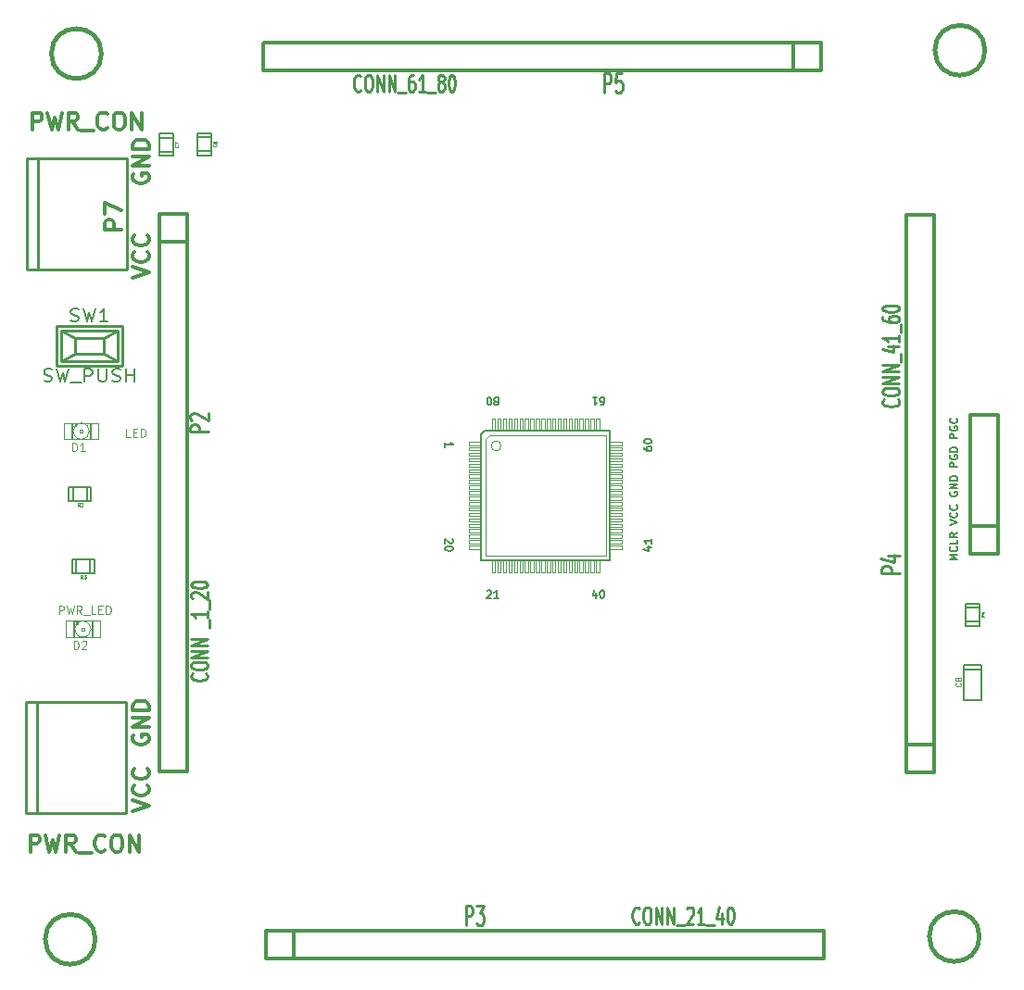
<source format=gto>
G04 (created by PCBNEW (2013-07-07 BZR 4022)-stable) date 3/13/2015 2:12:22 PM*
%MOIN*%
G04 Gerber Fmt 3.4, Leading zero omitted, Abs format*
%FSLAX34Y34*%
G01*
G70*
G90*
G04 APERTURE LIST*
%ADD10C,0.00590551*%
%ADD11C,0.011811*%
%ADD12C,0.00688976*%
%ADD13C,0.01*%
%ADD14C,0.012*%
%ADD15C,0.005*%
%ADD16C,0.0026*%
%ADD17C,0.004*%
%ADD18C,0.006*%
%ADD19C,0.002*%
%ADD20C,0.003*%
%ADD21C,0.015*%
%ADD22C,0.0024*%
%ADD23C,0.0035*%
%ADD24C,0.0047*%
%ADD25C,0.0107*%
G04 APERTURE END LIST*
G54D10*
G54D11*
X47248Y-36387D02*
X47839Y-36190D01*
X47248Y-35993D01*
X47782Y-35459D02*
X47810Y-35487D01*
X47839Y-35571D01*
X47839Y-35628D01*
X47810Y-35712D01*
X47754Y-35768D01*
X47698Y-35796D01*
X47585Y-35824D01*
X47501Y-35824D01*
X47389Y-35796D01*
X47332Y-35768D01*
X47276Y-35712D01*
X47248Y-35628D01*
X47248Y-35571D01*
X47276Y-35487D01*
X47304Y-35459D01*
X47782Y-34868D02*
X47810Y-34896D01*
X47839Y-34981D01*
X47839Y-35037D01*
X47810Y-35121D01*
X47754Y-35178D01*
X47698Y-35206D01*
X47585Y-35234D01*
X47501Y-35234D01*
X47389Y-35206D01*
X47332Y-35178D01*
X47276Y-35121D01*
X47248Y-35037D01*
X47248Y-34981D01*
X47276Y-34896D01*
X47304Y-34868D01*
G54D12*
X64078Y-40964D02*
X64131Y-40964D01*
X64157Y-40950D01*
X64170Y-40937D01*
X64196Y-40898D01*
X64209Y-40845D01*
X64209Y-40740D01*
X64196Y-40714D01*
X64183Y-40701D01*
X64157Y-40688D01*
X64104Y-40688D01*
X64078Y-40701D01*
X64065Y-40714D01*
X64052Y-40740D01*
X64052Y-40806D01*
X64065Y-40832D01*
X64078Y-40845D01*
X64104Y-40859D01*
X64157Y-40859D01*
X64183Y-40845D01*
X64196Y-40832D01*
X64209Y-40806D01*
X63790Y-40688D02*
X63947Y-40688D01*
X63868Y-40688D02*
X63868Y-40964D01*
X63895Y-40924D01*
X63921Y-40898D01*
X63947Y-40885D01*
X60357Y-40845D02*
X60383Y-40859D01*
X60396Y-40872D01*
X60409Y-40898D01*
X60409Y-40911D01*
X60396Y-40937D01*
X60383Y-40950D01*
X60357Y-40964D01*
X60304Y-40964D01*
X60278Y-40950D01*
X60265Y-40937D01*
X60252Y-40911D01*
X60252Y-40898D01*
X60265Y-40872D01*
X60278Y-40859D01*
X60304Y-40845D01*
X60357Y-40845D01*
X60383Y-40832D01*
X60396Y-40819D01*
X60409Y-40793D01*
X60409Y-40740D01*
X60396Y-40714D01*
X60383Y-40701D01*
X60357Y-40688D01*
X60304Y-40688D01*
X60278Y-40701D01*
X60265Y-40714D01*
X60252Y-40740D01*
X60252Y-40793D01*
X60265Y-40819D01*
X60278Y-40832D01*
X60304Y-40845D01*
X60081Y-40964D02*
X60055Y-40964D01*
X60029Y-40950D01*
X60016Y-40937D01*
X60003Y-40911D01*
X59990Y-40859D01*
X59990Y-40793D01*
X60003Y-40740D01*
X60016Y-40714D01*
X60029Y-40701D01*
X60055Y-40688D01*
X60081Y-40688D01*
X60108Y-40701D01*
X60121Y-40714D01*
X60134Y-40740D01*
X60147Y-40793D01*
X60147Y-40859D01*
X60134Y-40911D01*
X60121Y-40937D01*
X60108Y-40950D01*
X60081Y-40964D01*
X65635Y-42478D02*
X65635Y-42531D01*
X65649Y-42557D01*
X65662Y-42570D01*
X65701Y-42596D01*
X65754Y-42609D01*
X65859Y-42609D01*
X65885Y-42596D01*
X65898Y-42583D01*
X65911Y-42557D01*
X65911Y-42504D01*
X65898Y-42478D01*
X65885Y-42465D01*
X65859Y-42452D01*
X65793Y-42452D01*
X65767Y-42465D01*
X65754Y-42478D01*
X65740Y-42504D01*
X65740Y-42557D01*
X65754Y-42583D01*
X65767Y-42596D01*
X65793Y-42609D01*
X65635Y-42281D02*
X65635Y-42255D01*
X65649Y-42229D01*
X65662Y-42216D01*
X65688Y-42203D01*
X65740Y-42190D01*
X65806Y-42190D01*
X65859Y-42203D01*
X65885Y-42216D01*
X65898Y-42229D01*
X65911Y-42255D01*
X65911Y-42281D01*
X65898Y-42308D01*
X65885Y-42321D01*
X65859Y-42334D01*
X65806Y-42347D01*
X65740Y-42347D01*
X65688Y-42334D01*
X65662Y-42321D01*
X65649Y-42308D01*
X65635Y-42281D01*
X65727Y-46078D02*
X65911Y-46078D01*
X65622Y-46144D02*
X65819Y-46209D01*
X65819Y-46039D01*
X65911Y-45790D02*
X65911Y-45947D01*
X65911Y-45868D02*
X65635Y-45868D01*
X65675Y-45895D01*
X65701Y-45921D01*
X65714Y-45947D01*
X63921Y-47727D02*
X63921Y-47911D01*
X63855Y-47622D02*
X63790Y-47819D01*
X63960Y-47819D01*
X64118Y-47635D02*
X64144Y-47635D01*
X64170Y-47649D01*
X64183Y-47662D01*
X64196Y-47688D01*
X64209Y-47740D01*
X64209Y-47806D01*
X64196Y-47859D01*
X64183Y-47885D01*
X64170Y-47898D01*
X64144Y-47911D01*
X64118Y-47911D01*
X64091Y-47898D01*
X64078Y-47885D01*
X64065Y-47859D01*
X64052Y-47806D01*
X64052Y-47740D01*
X64065Y-47688D01*
X64078Y-47662D01*
X64091Y-47649D01*
X64118Y-47635D01*
X59990Y-47662D02*
X60003Y-47649D01*
X60029Y-47635D01*
X60095Y-47635D01*
X60121Y-47649D01*
X60134Y-47662D01*
X60147Y-47688D01*
X60147Y-47714D01*
X60134Y-47754D01*
X59976Y-47911D01*
X60147Y-47911D01*
X60409Y-47911D02*
X60252Y-47911D01*
X60331Y-47911D02*
X60331Y-47635D01*
X60304Y-47675D01*
X60278Y-47701D01*
X60252Y-47714D01*
X58737Y-45790D02*
X58750Y-45803D01*
X58764Y-45829D01*
X58764Y-45895D01*
X58750Y-45921D01*
X58737Y-45934D01*
X58711Y-45947D01*
X58685Y-45947D01*
X58645Y-45934D01*
X58488Y-45776D01*
X58488Y-45947D01*
X58764Y-46118D02*
X58764Y-46144D01*
X58750Y-46170D01*
X58737Y-46183D01*
X58711Y-46196D01*
X58659Y-46209D01*
X58593Y-46209D01*
X58540Y-46196D01*
X58514Y-46183D01*
X58501Y-46170D01*
X58488Y-46144D01*
X58488Y-46118D01*
X58501Y-46091D01*
X58514Y-46078D01*
X58540Y-46065D01*
X58593Y-46052D01*
X58659Y-46052D01*
X58711Y-46065D01*
X58737Y-46078D01*
X58750Y-46091D01*
X58764Y-46118D01*
X58488Y-42478D02*
X58488Y-42321D01*
X58488Y-42400D02*
X58764Y-42400D01*
X58724Y-42373D01*
X58698Y-42347D01*
X58685Y-42321D01*
X76911Y-46539D02*
X76635Y-46539D01*
X76832Y-46447D01*
X76635Y-46355D01*
X76911Y-46355D01*
X76885Y-46066D02*
X76898Y-46080D01*
X76911Y-46119D01*
X76911Y-46145D01*
X76898Y-46185D01*
X76872Y-46211D01*
X76845Y-46224D01*
X76793Y-46237D01*
X76754Y-46237D01*
X76701Y-46224D01*
X76675Y-46211D01*
X76649Y-46185D01*
X76635Y-46145D01*
X76635Y-46119D01*
X76649Y-46080D01*
X76662Y-46066D01*
X76911Y-45817D02*
X76911Y-45948D01*
X76635Y-45948D01*
X76911Y-45568D02*
X76780Y-45660D01*
X76911Y-45725D02*
X76635Y-45725D01*
X76635Y-45620D01*
X76649Y-45594D01*
X76662Y-45581D01*
X76688Y-45568D01*
X76727Y-45568D01*
X76754Y-45581D01*
X76767Y-45594D01*
X76780Y-45620D01*
X76780Y-45725D01*
X76635Y-45279D02*
X76911Y-45187D01*
X76635Y-45095D01*
X76885Y-44846D02*
X76898Y-44859D01*
X76911Y-44898D01*
X76911Y-44925D01*
X76898Y-44964D01*
X76872Y-44990D01*
X76845Y-45003D01*
X76793Y-45017D01*
X76754Y-45017D01*
X76701Y-45003D01*
X76675Y-44990D01*
X76649Y-44964D01*
X76635Y-44925D01*
X76635Y-44898D01*
X76649Y-44859D01*
X76662Y-44846D01*
X76885Y-44570D02*
X76898Y-44583D01*
X76911Y-44623D01*
X76911Y-44649D01*
X76898Y-44688D01*
X76872Y-44715D01*
X76845Y-44728D01*
X76793Y-44741D01*
X76754Y-44741D01*
X76701Y-44728D01*
X76675Y-44715D01*
X76649Y-44688D01*
X76635Y-44649D01*
X76635Y-44623D01*
X76649Y-44583D01*
X76662Y-44570D01*
X76649Y-44098D02*
X76635Y-44124D01*
X76635Y-44164D01*
X76649Y-44203D01*
X76675Y-44229D01*
X76701Y-44242D01*
X76754Y-44255D01*
X76793Y-44255D01*
X76845Y-44242D01*
X76872Y-44229D01*
X76898Y-44203D01*
X76911Y-44164D01*
X76911Y-44137D01*
X76898Y-44098D01*
X76885Y-44085D01*
X76793Y-44085D01*
X76793Y-44137D01*
X76911Y-43967D02*
X76635Y-43967D01*
X76911Y-43809D01*
X76635Y-43809D01*
X76911Y-43678D02*
X76635Y-43678D01*
X76635Y-43612D01*
X76649Y-43573D01*
X76675Y-43547D01*
X76701Y-43534D01*
X76754Y-43520D01*
X76793Y-43520D01*
X76845Y-43534D01*
X76872Y-43547D01*
X76898Y-43573D01*
X76911Y-43612D01*
X76911Y-43678D01*
X76911Y-43192D02*
X76635Y-43192D01*
X76635Y-43087D01*
X76649Y-43061D01*
X76662Y-43048D01*
X76688Y-43035D01*
X76727Y-43035D01*
X76754Y-43048D01*
X76767Y-43061D01*
X76780Y-43087D01*
X76780Y-43192D01*
X76649Y-42772D02*
X76635Y-42799D01*
X76635Y-42838D01*
X76649Y-42877D01*
X76675Y-42904D01*
X76701Y-42917D01*
X76754Y-42930D01*
X76793Y-42930D01*
X76845Y-42917D01*
X76872Y-42904D01*
X76898Y-42877D01*
X76911Y-42838D01*
X76911Y-42812D01*
X76898Y-42772D01*
X76885Y-42759D01*
X76793Y-42759D01*
X76793Y-42812D01*
X76911Y-42641D02*
X76635Y-42641D01*
X76635Y-42576D01*
X76649Y-42536D01*
X76675Y-42510D01*
X76701Y-42497D01*
X76754Y-42484D01*
X76793Y-42484D01*
X76845Y-42497D01*
X76872Y-42510D01*
X76898Y-42536D01*
X76911Y-42576D01*
X76911Y-42641D01*
X76911Y-42156D02*
X76635Y-42156D01*
X76635Y-42051D01*
X76649Y-42024D01*
X76662Y-42011D01*
X76688Y-41998D01*
X76727Y-41998D01*
X76754Y-42011D01*
X76767Y-42024D01*
X76780Y-42051D01*
X76780Y-42156D01*
X76649Y-41736D02*
X76635Y-41762D01*
X76635Y-41801D01*
X76649Y-41841D01*
X76675Y-41867D01*
X76701Y-41880D01*
X76754Y-41893D01*
X76793Y-41893D01*
X76845Y-41880D01*
X76872Y-41867D01*
X76898Y-41841D01*
X76911Y-41801D01*
X76911Y-41775D01*
X76898Y-41736D01*
X76885Y-41723D01*
X76793Y-41723D01*
X76793Y-41775D01*
X76885Y-41447D02*
X76898Y-41460D01*
X76911Y-41500D01*
X76911Y-41526D01*
X76898Y-41565D01*
X76872Y-41591D01*
X76845Y-41604D01*
X76793Y-41618D01*
X76754Y-41618D01*
X76701Y-41604D01*
X76675Y-41591D01*
X76649Y-41565D01*
X76635Y-41526D01*
X76635Y-41500D01*
X76649Y-41460D01*
X76662Y-41447D01*
G54D11*
X47276Y-32649D02*
X47248Y-32706D01*
X47248Y-32790D01*
X47276Y-32874D01*
X47332Y-32931D01*
X47389Y-32959D01*
X47501Y-32987D01*
X47585Y-32987D01*
X47698Y-32959D01*
X47754Y-32931D01*
X47810Y-32874D01*
X47839Y-32790D01*
X47839Y-32734D01*
X47810Y-32649D01*
X47782Y-32621D01*
X47585Y-32621D01*
X47585Y-32734D01*
X47839Y-32368D02*
X47248Y-32368D01*
X47839Y-32031D01*
X47248Y-32031D01*
X47839Y-31750D02*
X47248Y-31750D01*
X47248Y-31609D01*
X47276Y-31525D01*
X47332Y-31468D01*
X47389Y-31440D01*
X47501Y-31412D01*
X47585Y-31412D01*
X47698Y-31440D01*
X47754Y-31468D01*
X47810Y-31525D01*
X47839Y-31609D01*
X47839Y-31750D01*
X47248Y-55587D02*
X47839Y-55390D01*
X47248Y-55193D01*
X47782Y-54659D02*
X47810Y-54687D01*
X47839Y-54771D01*
X47839Y-54828D01*
X47810Y-54912D01*
X47754Y-54968D01*
X47698Y-54996D01*
X47585Y-55024D01*
X47501Y-55024D01*
X47389Y-54996D01*
X47332Y-54968D01*
X47276Y-54912D01*
X47248Y-54828D01*
X47248Y-54771D01*
X47276Y-54687D01*
X47304Y-54659D01*
X47782Y-54068D02*
X47810Y-54096D01*
X47839Y-54181D01*
X47839Y-54237D01*
X47810Y-54321D01*
X47754Y-54378D01*
X47698Y-54406D01*
X47585Y-54434D01*
X47501Y-54434D01*
X47389Y-54406D01*
X47332Y-54378D01*
X47276Y-54321D01*
X47248Y-54237D01*
X47248Y-54181D01*
X47276Y-54096D01*
X47304Y-54068D01*
X47276Y-52849D02*
X47248Y-52906D01*
X47248Y-52990D01*
X47276Y-53074D01*
X47332Y-53131D01*
X47389Y-53159D01*
X47501Y-53187D01*
X47585Y-53187D01*
X47698Y-53159D01*
X47754Y-53131D01*
X47810Y-53074D01*
X47839Y-52990D01*
X47839Y-52934D01*
X47810Y-52849D01*
X47782Y-52821D01*
X47585Y-52821D01*
X47585Y-52934D01*
X47839Y-52568D02*
X47248Y-52568D01*
X47839Y-52231D01*
X47248Y-52231D01*
X47839Y-51950D02*
X47248Y-51950D01*
X47248Y-51809D01*
X47276Y-51725D01*
X47332Y-51668D01*
X47389Y-51640D01*
X47501Y-51612D01*
X47585Y-51612D01*
X47698Y-51640D01*
X47754Y-51668D01*
X47810Y-51725D01*
X47839Y-51809D01*
X47839Y-51950D01*
G54D13*
X46200Y-38562D02*
X46712Y-38287D01*
X46200Y-39114D02*
X46712Y-39389D01*
X45176Y-39114D02*
X44664Y-39389D01*
X44664Y-38287D02*
X45176Y-38562D01*
X44664Y-38287D02*
X46712Y-38287D01*
X46712Y-38287D02*
X46712Y-39389D01*
X46712Y-39389D02*
X44664Y-39389D01*
X44664Y-39389D02*
X44664Y-38287D01*
X45176Y-38562D02*
X46200Y-38562D01*
X46200Y-38562D02*
X46200Y-39114D01*
X46200Y-39114D02*
X45176Y-39114D01*
X45176Y-39114D02*
X45176Y-38562D01*
X44507Y-38129D02*
X46869Y-38129D01*
X46869Y-38129D02*
X46869Y-39547D01*
X46869Y-39547D02*
X44507Y-39547D01*
X44507Y-39547D02*
X44507Y-38129D01*
G54D14*
X78380Y-46320D02*
X77380Y-46320D01*
X77380Y-46320D02*
X77380Y-41320D01*
X77380Y-41320D02*
X78380Y-41320D01*
X78380Y-41320D02*
X78380Y-46320D01*
X78380Y-45320D02*
X77380Y-45320D01*
G54D15*
X45222Y-47021D02*
X45222Y-46521D01*
X45722Y-47021D02*
X45722Y-46531D01*
X45872Y-47021D02*
X45072Y-47021D01*
X45072Y-47021D02*
X45072Y-46521D01*
X45072Y-46521D02*
X45872Y-46521D01*
X45872Y-46521D02*
X45872Y-47021D01*
X50072Y-31824D02*
X49572Y-31824D01*
X50072Y-31324D02*
X49582Y-31324D01*
X50072Y-31174D02*
X50072Y-31974D01*
X50072Y-31974D02*
X49572Y-31974D01*
X49572Y-31974D02*
X49572Y-31174D01*
X49572Y-31174D02*
X50072Y-31174D01*
X48694Y-31844D02*
X48194Y-31844D01*
X48694Y-31344D02*
X48204Y-31344D01*
X48694Y-31194D02*
X48694Y-31994D01*
X48694Y-31994D02*
X48194Y-31994D01*
X48194Y-31994D02*
X48194Y-31194D01*
X48194Y-31194D02*
X48694Y-31194D01*
X77695Y-48763D02*
X77195Y-48763D01*
X77695Y-48263D02*
X77205Y-48263D01*
X77695Y-48113D02*
X77695Y-48913D01*
X77695Y-48913D02*
X77195Y-48913D01*
X77195Y-48913D02*
X77195Y-48113D01*
X77195Y-48113D02*
X77695Y-48113D01*
X45104Y-44423D02*
X45104Y-43923D01*
X45604Y-44423D02*
X45604Y-43933D01*
X45754Y-44423D02*
X44954Y-44423D01*
X44954Y-44423D02*
X44954Y-43923D01*
X44954Y-43923D02*
X45754Y-43923D01*
X45754Y-43923D02*
X45754Y-44423D01*
G54D13*
X46700Y-55660D02*
X47000Y-55660D01*
X47000Y-55660D02*
X47000Y-51660D01*
X47000Y-51660D02*
X46700Y-51660D01*
X43400Y-55660D02*
X43400Y-51660D01*
X43400Y-51660D02*
X43800Y-51660D01*
X43800Y-51660D02*
X43800Y-55660D01*
X43800Y-55660D02*
X43400Y-55660D01*
X43700Y-55660D02*
X46700Y-55660D01*
X46700Y-51660D02*
X43700Y-51660D01*
G54D16*
X45432Y-41870D02*
X45354Y-41870D01*
X45354Y-41870D02*
X45354Y-41948D01*
X45432Y-41948D02*
X45354Y-41948D01*
X45432Y-41870D02*
X45432Y-41948D01*
X45216Y-41634D02*
X45079Y-41634D01*
X45079Y-41634D02*
X45079Y-41732D01*
X45216Y-41732D02*
X45079Y-41732D01*
X45216Y-41634D02*
X45216Y-41732D01*
X45079Y-41634D02*
X45039Y-41634D01*
X45039Y-41634D02*
X45039Y-42105D01*
X45079Y-42105D02*
X45039Y-42105D01*
X45079Y-41634D02*
X45079Y-42105D01*
X45079Y-42125D02*
X45039Y-42125D01*
X45039Y-42125D02*
X45039Y-42184D01*
X45079Y-42184D02*
X45039Y-42184D01*
X45079Y-42125D02*
X45079Y-42184D01*
X45747Y-41634D02*
X45707Y-41634D01*
X45707Y-41634D02*
X45707Y-42105D01*
X45747Y-42105D02*
X45707Y-42105D01*
X45747Y-41634D02*
X45747Y-42105D01*
X45747Y-42125D02*
X45707Y-42125D01*
X45707Y-42125D02*
X45707Y-42184D01*
X45747Y-42184D02*
X45707Y-42184D01*
X45747Y-42125D02*
X45747Y-42184D01*
X45216Y-41634D02*
X45157Y-41634D01*
X45157Y-41634D02*
X45157Y-41732D01*
X45216Y-41732D02*
X45157Y-41732D01*
X45216Y-41634D02*
X45216Y-41732D01*
G54D17*
X44783Y-41614D02*
X46003Y-41614D01*
X46003Y-41614D02*
X46003Y-42204D01*
X46003Y-42204D02*
X44783Y-42204D01*
X44783Y-42204D02*
X44783Y-41614D01*
X45609Y-41712D02*
G75*
G03X45177Y-41713I-215J-196D01*
G74*
G01*
X45609Y-42105D02*
G75*
G03X45609Y-41713I-215J196D01*
G74*
G01*
X45178Y-42106D02*
G75*
G03X45609Y-42105I215J196D01*
G74*
G01*
X45177Y-41713D02*
G75*
G03X45177Y-42105I215J-196D01*
G74*
G01*
G54D16*
X45491Y-48996D02*
X45413Y-48996D01*
X45413Y-48996D02*
X45413Y-49074D01*
X45491Y-49074D02*
X45413Y-49074D01*
X45491Y-48996D02*
X45491Y-49074D01*
X45275Y-48760D02*
X45138Y-48760D01*
X45138Y-48760D02*
X45138Y-48858D01*
X45275Y-48858D02*
X45138Y-48858D01*
X45275Y-48760D02*
X45275Y-48858D01*
X45138Y-48760D02*
X45098Y-48760D01*
X45098Y-48760D02*
X45098Y-49231D01*
X45138Y-49231D02*
X45098Y-49231D01*
X45138Y-48760D02*
X45138Y-49231D01*
X45138Y-49251D02*
X45098Y-49251D01*
X45098Y-49251D02*
X45098Y-49310D01*
X45138Y-49310D02*
X45098Y-49310D01*
X45138Y-49251D02*
X45138Y-49310D01*
X45806Y-48760D02*
X45766Y-48760D01*
X45766Y-48760D02*
X45766Y-49231D01*
X45806Y-49231D02*
X45766Y-49231D01*
X45806Y-48760D02*
X45806Y-49231D01*
X45806Y-49251D02*
X45766Y-49251D01*
X45766Y-49251D02*
X45766Y-49310D01*
X45806Y-49310D02*
X45766Y-49310D01*
X45806Y-49251D02*
X45806Y-49310D01*
X45275Y-48760D02*
X45216Y-48760D01*
X45216Y-48760D02*
X45216Y-48858D01*
X45275Y-48858D02*
X45216Y-48858D01*
X45275Y-48760D02*
X45275Y-48858D01*
G54D17*
X44842Y-48740D02*
X46062Y-48740D01*
X46062Y-48740D02*
X46062Y-49330D01*
X46062Y-49330D02*
X44842Y-49330D01*
X44842Y-49330D02*
X44842Y-48740D01*
X45668Y-48838D02*
G75*
G03X45236Y-48839I-215J-196D01*
G74*
G01*
X45668Y-49231D02*
G75*
G03X45668Y-48839I-215J196D01*
G74*
G01*
X45237Y-49232D02*
G75*
G03X45668Y-49231I215J196D01*
G74*
G01*
X45237Y-48839D02*
G75*
G03X45236Y-49231I215J-196D01*
G74*
G01*
G54D15*
X77785Y-50503D02*
X77145Y-50503D01*
X77145Y-51583D02*
X77785Y-51583D01*
X77785Y-51583D02*
X77785Y-50323D01*
X77785Y-50323D02*
X77145Y-50323D01*
X77145Y-50323D02*
X77145Y-51583D01*
G54D16*
X59345Y-42409D02*
X59778Y-42409D01*
X59778Y-42409D02*
X59778Y-42291D01*
X59345Y-42291D02*
X59778Y-42291D01*
X59345Y-42409D02*
X59345Y-42291D01*
X59345Y-42606D02*
X59778Y-42606D01*
X59778Y-42606D02*
X59778Y-42488D01*
X59345Y-42488D02*
X59778Y-42488D01*
X59345Y-42606D02*
X59345Y-42488D01*
X59345Y-42803D02*
X59778Y-42803D01*
X59778Y-42803D02*
X59778Y-42685D01*
X59345Y-42685D02*
X59778Y-42685D01*
X59345Y-42803D02*
X59345Y-42685D01*
X59345Y-43000D02*
X59778Y-43000D01*
X59778Y-43000D02*
X59778Y-42882D01*
X59345Y-42882D02*
X59778Y-42882D01*
X59345Y-43000D02*
X59345Y-42882D01*
X59345Y-43197D02*
X59778Y-43197D01*
X59778Y-43197D02*
X59778Y-43079D01*
X59345Y-43079D02*
X59778Y-43079D01*
X59345Y-43197D02*
X59345Y-43079D01*
X59345Y-43394D02*
X59778Y-43394D01*
X59778Y-43394D02*
X59778Y-43276D01*
X59345Y-43276D02*
X59778Y-43276D01*
X59345Y-43394D02*
X59345Y-43276D01*
X59345Y-43591D02*
X59778Y-43591D01*
X59778Y-43591D02*
X59778Y-43472D01*
X59345Y-43472D02*
X59778Y-43472D01*
X59345Y-43591D02*
X59345Y-43472D01*
X59345Y-43787D02*
X59778Y-43787D01*
X59778Y-43787D02*
X59778Y-43669D01*
X59345Y-43669D02*
X59778Y-43669D01*
X59345Y-43787D02*
X59345Y-43669D01*
X59345Y-43984D02*
X59778Y-43984D01*
X59778Y-43984D02*
X59778Y-43866D01*
X59345Y-43866D02*
X59778Y-43866D01*
X59345Y-43984D02*
X59345Y-43866D01*
X59345Y-44181D02*
X59778Y-44181D01*
X59778Y-44181D02*
X59778Y-44063D01*
X59345Y-44063D02*
X59778Y-44063D01*
X59345Y-44181D02*
X59345Y-44063D01*
X59345Y-44377D02*
X59778Y-44377D01*
X59778Y-44377D02*
X59778Y-44259D01*
X59345Y-44259D02*
X59778Y-44259D01*
X59345Y-44377D02*
X59345Y-44259D01*
X59345Y-44574D02*
X59778Y-44574D01*
X59778Y-44574D02*
X59778Y-44456D01*
X59345Y-44456D02*
X59778Y-44456D01*
X59345Y-44574D02*
X59345Y-44456D01*
X59345Y-44771D02*
X59778Y-44771D01*
X59778Y-44771D02*
X59778Y-44653D01*
X59345Y-44653D02*
X59778Y-44653D01*
X59345Y-44771D02*
X59345Y-44653D01*
X59345Y-44968D02*
X59778Y-44968D01*
X59778Y-44968D02*
X59778Y-44849D01*
X59345Y-44849D02*
X59778Y-44849D01*
X59345Y-44968D02*
X59345Y-44849D01*
X59345Y-45164D02*
X59778Y-45164D01*
X59778Y-45164D02*
X59778Y-45046D01*
X59345Y-45046D02*
X59778Y-45046D01*
X59345Y-45164D02*
X59345Y-45046D01*
X59345Y-45361D02*
X59778Y-45361D01*
X59778Y-45361D02*
X59778Y-45243D01*
X59345Y-45243D02*
X59778Y-45243D01*
X59345Y-45361D02*
X59345Y-45243D01*
X59345Y-45558D02*
X59778Y-45558D01*
X59778Y-45558D02*
X59778Y-45440D01*
X59345Y-45440D02*
X59778Y-45440D01*
X59345Y-45558D02*
X59345Y-45440D01*
X59345Y-45755D02*
X59778Y-45755D01*
X59778Y-45755D02*
X59778Y-45637D01*
X59345Y-45637D02*
X59778Y-45637D01*
X59345Y-45755D02*
X59345Y-45637D01*
X59345Y-45952D02*
X59778Y-45952D01*
X59778Y-45952D02*
X59778Y-45834D01*
X59345Y-45834D02*
X59778Y-45834D01*
X59345Y-45952D02*
X59345Y-45834D01*
X59345Y-46149D02*
X59778Y-46149D01*
X59778Y-46149D02*
X59778Y-46031D01*
X59345Y-46031D02*
X59778Y-46031D01*
X59345Y-46149D02*
X59345Y-46031D01*
X60171Y-46975D02*
X60289Y-46975D01*
X60289Y-46975D02*
X60289Y-46542D01*
X60171Y-46542D02*
X60289Y-46542D01*
X60171Y-46975D02*
X60171Y-46542D01*
X60368Y-46975D02*
X60486Y-46975D01*
X60486Y-46975D02*
X60486Y-46542D01*
X60368Y-46542D02*
X60486Y-46542D01*
X60368Y-46975D02*
X60368Y-46542D01*
X60565Y-46975D02*
X60683Y-46975D01*
X60683Y-46975D02*
X60683Y-46542D01*
X60565Y-46542D02*
X60683Y-46542D01*
X60565Y-46975D02*
X60565Y-46542D01*
X60762Y-46975D02*
X60880Y-46975D01*
X60880Y-46975D02*
X60880Y-46542D01*
X60762Y-46542D02*
X60880Y-46542D01*
X60762Y-46975D02*
X60762Y-46542D01*
X60959Y-46975D02*
X61077Y-46975D01*
X61077Y-46975D02*
X61077Y-46542D01*
X60959Y-46542D02*
X61077Y-46542D01*
X60959Y-46975D02*
X60959Y-46542D01*
X61156Y-46975D02*
X61274Y-46975D01*
X61274Y-46975D02*
X61274Y-46542D01*
X61156Y-46542D02*
X61274Y-46542D01*
X61156Y-46975D02*
X61156Y-46542D01*
X61352Y-46975D02*
X61471Y-46975D01*
X61471Y-46975D02*
X61471Y-46542D01*
X61352Y-46542D02*
X61471Y-46542D01*
X61352Y-46975D02*
X61352Y-46542D01*
X61549Y-46975D02*
X61667Y-46975D01*
X61667Y-46975D02*
X61667Y-46542D01*
X61549Y-46542D02*
X61667Y-46542D01*
X61549Y-46975D02*
X61549Y-46542D01*
X61746Y-46975D02*
X61864Y-46975D01*
X61864Y-46975D02*
X61864Y-46542D01*
X61746Y-46542D02*
X61864Y-46542D01*
X61746Y-46975D02*
X61746Y-46542D01*
X61943Y-46975D02*
X62061Y-46975D01*
X62061Y-46975D02*
X62061Y-46542D01*
X61943Y-46542D02*
X62061Y-46542D01*
X61943Y-46975D02*
X61943Y-46542D01*
X62139Y-46975D02*
X62257Y-46975D01*
X62257Y-46975D02*
X62257Y-46542D01*
X62139Y-46542D02*
X62257Y-46542D01*
X62139Y-46975D02*
X62139Y-46542D01*
X62336Y-46975D02*
X62454Y-46975D01*
X62454Y-46975D02*
X62454Y-46542D01*
X62336Y-46542D02*
X62454Y-46542D01*
X62336Y-46975D02*
X62336Y-46542D01*
X62533Y-46975D02*
X62651Y-46975D01*
X62651Y-46975D02*
X62651Y-46542D01*
X62533Y-46542D02*
X62651Y-46542D01*
X62533Y-46975D02*
X62533Y-46542D01*
X62729Y-46975D02*
X62848Y-46975D01*
X62848Y-46975D02*
X62848Y-46542D01*
X62729Y-46542D02*
X62848Y-46542D01*
X62729Y-46975D02*
X62729Y-46542D01*
X62926Y-46975D02*
X63044Y-46975D01*
X63044Y-46975D02*
X63044Y-46542D01*
X62926Y-46542D02*
X63044Y-46542D01*
X62926Y-46975D02*
X62926Y-46542D01*
X63123Y-46975D02*
X63241Y-46975D01*
X63241Y-46975D02*
X63241Y-46542D01*
X63123Y-46542D02*
X63241Y-46542D01*
X63123Y-46975D02*
X63123Y-46542D01*
X63320Y-46975D02*
X63438Y-46975D01*
X63438Y-46975D02*
X63438Y-46542D01*
X63320Y-46542D02*
X63438Y-46542D01*
X63320Y-46975D02*
X63320Y-46542D01*
X63517Y-46975D02*
X63635Y-46975D01*
X63635Y-46975D02*
X63635Y-46542D01*
X63517Y-46542D02*
X63635Y-46542D01*
X63517Y-46975D02*
X63517Y-46542D01*
X63714Y-46975D02*
X63832Y-46975D01*
X63832Y-46975D02*
X63832Y-46542D01*
X63714Y-46542D02*
X63832Y-46542D01*
X63714Y-46975D02*
X63714Y-46542D01*
X63911Y-46975D02*
X64029Y-46975D01*
X64029Y-46975D02*
X64029Y-46542D01*
X63911Y-46542D02*
X64029Y-46542D01*
X63911Y-46975D02*
X63911Y-46542D01*
X64422Y-46149D02*
X64855Y-46149D01*
X64855Y-46149D02*
X64855Y-46031D01*
X64422Y-46031D02*
X64855Y-46031D01*
X64422Y-46149D02*
X64422Y-46031D01*
X64422Y-45952D02*
X64855Y-45952D01*
X64855Y-45952D02*
X64855Y-45834D01*
X64422Y-45834D02*
X64855Y-45834D01*
X64422Y-45952D02*
X64422Y-45834D01*
X64422Y-45755D02*
X64855Y-45755D01*
X64855Y-45755D02*
X64855Y-45637D01*
X64422Y-45637D02*
X64855Y-45637D01*
X64422Y-45755D02*
X64422Y-45637D01*
X64422Y-45558D02*
X64855Y-45558D01*
X64855Y-45558D02*
X64855Y-45440D01*
X64422Y-45440D02*
X64855Y-45440D01*
X64422Y-45558D02*
X64422Y-45440D01*
X64422Y-45361D02*
X64855Y-45361D01*
X64855Y-45361D02*
X64855Y-45243D01*
X64422Y-45243D02*
X64855Y-45243D01*
X64422Y-45361D02*
X64422Y-45243D01*
X64422Y-45164D02*
X64855Y-45164D01*
X64855Y-45164D02*
X64855Y-45046D01*
X64422Y-45046D02*
X64855Y-45046D01*
X64422Y-45164D02*
X64422Y-45046D01*
X64422Y-44968D02*
X64855Y-44968D01*
X64855Y-44968D02*
X64855Y-44849D01*
X64422Y-44849D02*
X64855Y-44849D01*
X64422Y-44968D02*
X64422Y-44849D01*
X64422Y-44771D02*
X64855Y-44771D01*
X64855Y-44771D02*
X64855Y-44653D01*
X64422Y-44653D02*
X64855Y-44653D01*
X64422Y-44771D02*
X64422Y-44653D01*
X64422Y-44574D02*
X64855Y-44574D01*
X64855Y-44574D02*
X64855Y-44456D01*
X64422Y-44456D02*
X64855Y-44456D01*
X64422Y-44574D02*
X64422Y-44456D01*
X64422Y-44377D02*
X64855Y-44377D01*
X64855Y-44377D02*
X64855Y-44259D01*
X64422Y-44259D02*
X64855Y-44259D01*
X64422Y-44377D02*
X64422Y-44259D01*
X64422Y-44181D02*
X64855Y-44181D01*
X64855Y-44181D02*
X64855Y-44063D01*
X64422Y-44063D02*
X64855Y-44063D01*
X64422Y-44181D02*
X64422Y-44063D01*
X64422Y-43984D02*
X64855Y-43984D01*
X64855Y-43984D02*
X64855Y-43866D01*
X64422Y-43866D02*
X64855Y-43866D01*
X64422Y-43984D02*
X64422Y-43866D01*
X64422Y-43787D02*
X64855Y-43787D01*
X64855Y-43787D02*
X64855Y-43669D01*
X64422Y-43669D02*
X64855Y-43669D01*
X64422Y-43787D02*
X64422Y-43669D01*
X64422Y-43591D02*
X64855Y-43591D01*
X64855Y-43591D02*
X64855Y-43472D01*
X64422Y-43472D02*
X64855Y-43472D01*
X64422Y-43591D02*
X64422Y-43472D01*
X64422Y-43394D02*
X64855Y-43394D01*
X64855Y-43394D02*
X64855Y-43276D01*
X64422Y-43276D02*
X64855Y-43276D01*
X64422Y-43394D02*
X64422Y-43276D01*
X64422Y-43197D02*
X64855Y-43197D01*
X64855Y-43197D02*
X64855Y-43079D01*
X64422Y-43079D02*
X64855Y-43079D01*
X64422Y-43197D02*
X64422Y-43079D01*
X64422Y-43000D02*
X64855Y-43000D01*
X64855Y-43000D02*
X64855Y-42882D01*
X64422Y-42882D02*
X64855Y-42882D01*
X64422Y-43000D02*
X64422Y-42882D01*
X64422Y-42803D02*
X64855Y-42803D01*
X64855Y-42803D02*
X64855Y-42685D01*
X64422Y-42685D02*
X64855Y-42685D01*
X64422Y-42803D02*
X64422Y-42685D01*
X64422Y-42606D02*
X64855Y-42606D01*
X64855Y-42606D02*
X64855Y-42488D01*
X64422Y-42488D02*
X64855Y-42488D01*
X64422Y-42606D02*
X64422Y-42488D01*
X64422Y-42409D02*
X64855Y-42409D01*
X64855Y-42409D02*
X64855Y-42291D01*
X64422Y-42291D02*
X64855Y-42291D01*
X64422Y-42409D02*
X64422Y-42291D01*
X63911Y-41898D02*
X64029Y-41898D01*
X64029Y-41898D02*
X64029Y-41465D01*
X63911Y-41465D02*
X64029Y-41465D01*
X63911Y-41898D02*
X63911Y-41465D01*
X63714Y-41898D02*
X63832Y-41898D01*
X63832Y-41898D02*
X63832Y-41465D01*
X63714Y-41465D02*
X63832Y-41465D01*
X63714Y-41898D02*
X63714Y-41465D01*
X63517Y-41898D02*
X63635Y-41898D01*
X63635Y-41898D02*
X63635Y-41465D01*
X63517Y-41465D02*
X63635Y-41465D01*
X63517Y-41898D02*
X63517Y-41465D01*
X63320Y-41898D02*
X63438Y-41898D01*
X63438Y-41898D02*
X63438Y-41465D01*
X63320Y-41465D02*
X63438Y-41465D01*
X63320Y-41898D02*
X63320Y-41465D01*
X63123Y-41898D02*
X63241Y-41898D01*
X63241Y-41898D02*
X63241Y-41465D01*
X63123Y-41465D02*
X63241Y-41465D01*
X63123Y-41898D02*
X63123Y-41465D01*
X62926Y-41898D02*
X63044Y-41898D01*
X63044Y-41898D02*
X63044Y-41465D01*
X62926Y-41465D02*
X63044Y-41465D01*
X62926Y-41898D02*
X62926Y-41465D01*
X62729Y-41898D02*
X62848Y-41898D01*
X62848Y-41898D02*
X62848Y-41465D01*
X62729Y-41465D02*
X62848Y-41465D01*
X62729Y-41898D02*
X62729Y-41465D01*
X62533Y-41898D02*
X62651Y-41898D01*
X62651Y-41898D02*
X62651Y-41465D01*
X62533Y-41465D02*
X62651Y-41465D01*
X62533Y-41898D02*
X62533Y-41465D01*
X62336Y-41898D02*
X62454Y-41898D01*
X62454Y-41898D02*
X62454Y-41465D01*
X62336Y-41465D02*
X62454Y-41465D01*
X62336Y-41898D02*
X62336Y-41465D01*
X62139Y-41898D02*
X62257Y-41898D01*
X62257Y-41898D02*
X62257Y-41465D01*
X62139Y-41465D02*
X62257Y-41465D01*
X62139Y-41898D02*
X62139Y-41465D01*
X61943Y-41898D02*
X62061Y-41898D01*
X62061Y-41898D02*
X62061Y-41465D01*
X61943Y-41465D02*
X62061Y-41465D01*
X61943Y-41898D02*
X61943Y-41465D01*
X61746Y-41898D02*
X61864Y-41898D01*
X61864Y-41898D02*
X61864Y-41465D01*
X61746Y-41465D02*
X61864Y-41465D01*
X61746Y-41898D02*
X61746Y-41465D01*
X61549Y-41898D02*
X61667Y-41898D01*
X61667Y-41898D02*
X61667Y-41465D01*
X61549Y-41465D02*
X61667Y-41465D01*
X61549Y-41898D02*
X61549Y-41465D01*
X61352Y-41898D02*
X61471Y-41898D01*
X61471Y-41898D02*
X61471Y-41465D01*
X61352Y-41465D02*
X61471Y-41465D01*
X61352Y-41898D02*
X61352Y-41465D01*
X61156Y-41898D02*
X61274Y-41898D01*
X61274Y-41898D02*
X61274Y-41465D01*
X61156Y-41465D02*
X61274Y-41465D01*
X61156Y-41898D02*
X61156Y-41465D01*
X60959Y-41898D02*
X61077Y-41898D01*
X61077Y-41898D02*
X61077Y-41465D01*
X60959Y-41465D02*
X61077Y-41465D01*
X60959Y-41898D02*
X60959Y-41465D01*
X60762Y-41898D02*
X60880Y-41898D01*
X60880Y-41898D02*
X60880Y-41465D01*
X60762Y-41465D02*
X60880Y-41465D01*
X60762Y-41898D02*
X60762Y-41465D01*
X60565Y-41898D02*
X60683Y-41898D01*
X60683Y-41898D02*
X60683Y-41465D01*
X60565Y-41465D02*
X60683Y-41465D01*
X60565Y-41898D02*
X60565Y-41465D01*
X60368Y-41898D02*
X60486Y-41898D01*
X60486Y-41898D02*
X60486Y-41465D01*
X60368Y-41465D02*
X60486Y-41465D01*
X60368Y-41898D02*
X60368Y-41465D01*
X60171Y-41898D02*
X60289Y-41898D01*
X60289Y-41898D02*
X60289Y-41465D01*
X60171Y-41465D02*
X60289Y-41465D01*
X60171Y-41898D02*
X60171Y-41465D01*
G54D18*
X59778Y-42026D02*
X59906Y-41898D01*
X59906Y-41898D02*
X64422Y-41898D01*
X64422Y-41898D02*
X64422Y-46542D01*
X64422Y-46542D02*
X59778Y-46542D01*
X59778Y-46542D02*
X59778Y-42026D01*
G54D19*
X59935Y-42183D02*
X60063Y-42055D01*
X60063Y-42055D02*
X64265Y-42055D01*
X64265Y-42055D02*
X64265Y-46385D01*
X64265Y-46385D02*
X59935Y-46385D01*
X59935Y-46385D02*
X59935Y-42183D01*
G54D20*
X60498Y-42439D02*
G75*
G03X60498Y-42439I-179J0D01*
G74*
G01*
G54D21*
X46120Y-28320D02*
G75*
G03X46120Y-28320I-900J0D01*
G74*
G01*
X45900Y-60200D02*
G75*
G03X45900Y-60200I-900J0D01*
G74*
G01*
X77900Y-28200D02*
G75*
G03X77900Y-28200I-900J0D01*
G74*
G01*
X77700Y-60100D02*
G75*
G03X77700Y-60100I-900J0D01*
G74*
G01*
G54D14*
X52040Y-60900D02*
X52040Y-59900D01*
X52040Y-59900D02*
X72108Y-59900D01*
X72108Y-59927D02*
X72108Y-60890D01*
X72087Y-60900D02*
X52040Y-60900D01*
X53040Y-59900D02*
X53040Y-60900D01*
X48200Y-34100D02*
X49200Y-34100D01*
X49200Y-34100D02*
X49200Y-54168D01*
X49172Y-54168D02*
X48209Y-54168D01*
X48200Y-54147D02*
X48200Y-34100D01*
X49200Y-35100D02*
X48200Y-35100D01*
X76080Y-54200D02*
X75080Y-54200D01*
X75080Y-54200D02*
X75080Y-34131D01*
X75107Y-34131D02*
X76070Y-34131D01*
X76080Y-34152D02*
X76080Y-54200D01*
X75080Y-53200D02*
X76080Y-53200D01*
X72020Y-27940D02*
X72020Y-28940D01*
X72020Y-28940D02*
X51951Y-28940D01*
X51951Y-28912D02*
X51951Y-27949D01*
X51972Y-27940D02*
X72020Y-27940D01*
X71020Y-28940D02*
X71020Y-27940D01*
G54D13*
X46740Y-36080D02*
X47040Y-36080D01*
X47040Y-36080D02*
X47040Y-32080D01*
X47040Y-32080D02*
X46740Y-32080D01*
X43440Y-36080D02*
X43440Y-32080D01*
X43440Y-32080D02*
X43840Y-32080D01*
X43840Y-32080D02*
X43840Y-36080D01*
X43840Y-36080D02*
X43440Y-36080D01*
X43740Y-36080D02*
X46740Y-36080D01*
X46740Y-32080D02*
X43740Y-32080D01*
G54D18*
X45022Y-37936D02*
X45093Y-37957D01*
X45212Y-37957D01*
X45260Y-37936D01*
X45284Y-37914D01*
X45308Y-37872D01*
X45308Y-37829D01*
X45284Y-37786D01*
X45260Y-37764D01*
X45212Y-37743D01*
X45117Y-37722D01*
X45069Y-37700D01*
X45046Y-37679D01*
X45022Y-37636D01*
X45022Y-37593D01*
X45046Y-37550D01*
X45069Y-37529D01*
X45117Y-37507D01*
X45236Y-37507D01*
X45308Y-37529D01*
X45474Y-37507D02*
X45593Y-37957D01*
X45688Y-37636D01*
X45784Y-37957D01*
X45903Y-37507D01*
X46355Y-37957D02*
X46069Y-37957D01*
X46212Y-37957D02*
X46212Y-37507D01*
X46165Y-37572D01*
X46117Y-37614D01*
X46069Y-37636D01*
X44058Y-40101D02*
X44129Y-40122D01*
X44248Y-40122D01*
X44296Y-40101D01*
X44319Y-40079D01*
X44343Y-40037D01*
X44343Y-39994D01*
X44319Y-39951D01*
X44296Y-39929D01*
X44248Y-39908D01*
X44153Y-39887D01*
X44105Y-39865D01*
X44081Y-39844D01*
X44058Y-39801D01*
X44058Y-39758D01*
X44081Y-39715D01*
X44105Y-39694D01*
X44153Y-39672D01*
X44272Y-39672D01*
X44343Y-39694D01*
X44510Y-39672D02*
X44629Y-40122D01*
X44724Y-39801D01*
X44819Y-40122D01*
X44938Y-39672D01*
X45010Y-40165D02*
X45391Y-40165D01*
X45510Y-40122D02*
X45510Y-39672D01*
X45700Y-39672D01*
X45748Y-39694D01*
X45772Y-39715D01*
X45796Y-39758D01*
X45796Y-39822D01*
X45772Y-39865D01*
X45748Y-39887D01*
X45700Y-39908D01*
X45510Y-39908D01*
X46010Y-39672D02*
X46010Y-40037D01*
X46034Y-40079D01*
X46058Y-40101D01*
X46105Y-40122D01*
X46200Y-40122D01*
X46248Y-40101D01*
X46272Y-40079D01*
X46296Y-40037D01*
X46296Y-39672D01*
X46510Y-40101D02*
X46581Y-40122D01*
X46700Y-40122D01*
X46748Y-40101D01*
X46772Y-40079D01*
X46796Y-40037D01*
X46796Y-39994D01*
X46772Y-39951D01*
X46748Y-39929D01*
X46700Y-39908D01*
X46605Y-39887D01*
X46558Y-39865D01*
X46534Y-39844D01*
X46510Y-39801D01*
X46510Y-39758D01*
X46534Y-39715D01*
X46558Y-39694D01*
X46605Y-39672D01*
X46724Y-39672D01*
X46796Y-39694D01*
X47010Y-40122D02*
X47010Y-39672D01*
X47010Y-39887D02*
X47296Y-39887D01*
X47296Y-40122D02*
X47296Y-39672D01*
G54D22*
X45452Y-47209D02*
X45413Y-47153D01*
X45385Y-47209D02*
X45385Y-47091D01*
X45430Y-47091D01*
X45441Y-47097D01*
X45447Y-47102D01*
X45452Y-47113D01*
X45452Y-47130D01*
X45447Y-47141D01*
X45441Y-47147D01*
X45430Y-47153D01*
X45385Y-47153D01*
X45492Y-47091D02*
X45565Y-47091D01*
X45525Y-47136D01*
X45542Y-47136D01*
X45553Y-47141D01*
X45559Y-47147D01*
X45565Y-47158D01*
X45565Y-47186D01*
X45559Y-47198D01*
X45553Y-47203D01*
X45542Y-47209D01*
X45508Y-47209D01*
X45497Y-47203D01*
X45492Y-47198D01*
X50249Y-31594D02*
X50254Y-31600D01*
X50260Y-31616D01*
X50260Y-31628D01*
X50254Y-31645D01*
X50243Y-31656D01*
X50232Y-31661D01*
X50210Y-31667D01*
X50193Y-31667D01*
X50170Y-31661D01*
X50159Y-31656D01*
X50148Y-31645D01*
X50142Y-31628D01*
X50142Y-31616D01*
X50148Y-31600D01*
X50153Y-31594D01*
X50142Y-31493D02*
X50142Y-31515D01*
X50148Y-31527D01*
X50153Y-31532D01*
X50170Y-31543D01*
X50193Y-31549D01*
X50238Y-31549D01*
X50249Y-31543D01*
X50254Y-31538D01*
X50260Y-31527D01*
X50260Y-31504D01*
X50254Y-31493D01*
X50249Y-31487D01*
X50238Y-31482D01*
X50210Y-31482D01*
X50198Y-31487D01*
X50193Y-31493D01*
X50187Y-31504D01*
X50187Y-31527D01*
X50193Y-31538D01*
X50198Y-31543D01*
X50210Y-31549D01*
X48871Y-31614D02*
X48877Y-31619D01*
X48882Y-31636D01*
X48882Y-31647D01*
X48877Y-31664D01*
X48865Y-31675D01*
X48854Y-31681D01*
X48832Y-31687D01*
X48815Y-31687D01*
X48792Y-31681D01*
X48781Y-31675D01*
X48770Y-31664D01*
X48764Y-31647D01*
X48764Y-31636D01*
X48770Y-31619D01*
X48775Y-31614D01*
X48764Y-31574D02*
X48764Y-31496D01*
X48882Y-31546D01*
X77883Y-48532D02*
X77827Y-48572D01*
X77883Y-48600D02*
X77765Y-48600D01*
X77765Y-48555D01*
X77771Y-48543D01*
X77776Y-48538D01*
X77788Y-48532D01*
X77805Y-48532D01*
X77816Y-48538D01*
X77821Y-48543D01*
X77827Y-48555D01*
X77827Y-48600D01*
X77805Y-48431D02*
X77883Y-48431D01*
X77760Y-48459D02*
X77844Y-48487D01*
X77844Y-48414D01*
X45334Y-44610D02*
X45295Y-44554D01*
X45267Y-44610D02*
X45267Y-44492D01*
X45312Y-44492D01*
X45323Y-44498D01*
X45329Y-44504D01*
X45334Y-44515D01*
X45334Y-44532D01*
X45329Y-44543D01*
X45323Y-44549D01*
X45312Y-44554D01*
X45267Y-44554D01*
X45379Y-44504D02*
X45385Y-44498D01*
X45396Y-44492D01*
X45424Y-44492D01*
X45435Y-44498D01*
X45441Y-44504D01*
X45447Y-44515D01*
X45447Y-44526D01*
X45441Y-44543D01*
X45373Y-44610D01*
X45447Y-44610D01*
G54D14*
X43562Y-57042D02*
X43562Y-56442D01*
X43791Y-56442D01*
X43848Y-56471D01*
X43877Y-56500D01*
X43905Y-56557D01*
X43905Y-56642D01*
X43877Y-56700D01*
X43848Y-56728D01*
X43791Y-56757D01*
X43562Y-56757D01*
X44105Y-56442D02*
X44248Y-57042D01*
X44362Y-56614D01*
X44477Y-57042D01*
X44620Y-56442D01*
X45191Y-57042D02*
X44991Y-56757D01*
X44848Y-57042D02*
X44848Y-56442D01*
X45077Y-56442D01*
X45134Y-56471D01*
X45162Y-56500D01*
X45191Y-56557D01*
X45191Y-56642D01*
X45162Y-56700D01*
X45134Y-56728D01*
X45077Y-56757D01*
X44848Y-56757D01*
X45305Y-57100D02*
X45762Y-57100D01*
X46248Y-56985D02*
X46220Y-57014D01*
X46134Y-57042D01*
X46077Y-57042D01*
X45991Y-57014D01*
X45934Y-56957D01*
X45905Y-56900D01*
X45877Y-56785D01*
X45877Y-56700D01*
X45905Y-56585D01*
X45934Y-56528D01*
X45991Y-56471D01*
X46077Y-56442D01*
X46134Y-56442D01*
X46220Y-56471D01*
X46248Y-56500D01*
X46620Y-56442D02*
X46734Y-56442D01*
X46791Y-56471D01*
X46848Y-56528D01*
X46877Y-56642D01*
X46877Y-56842D01*
X46848Y-56957D01*
X46791Y-57014D01*
X46734Y-57042D01*
X46620Y-57042D01*
X46562Y-57014D01*
X46505Y-56957D01*
X46477Y-56842D01*
X46477Y-56642D01*
X46505Y-56528D01*
X46562Y-56471D01*
X46620Y-56442D01*
X47134Y-57042D02*
X47134Y-56442D01*
X47477Y-57042D01*
X47477Y-56442D01*
G54D23*
X45072Y-42630D02*
X45072Y-42330D01*
X45143Y-42330D01*
X45186Y-42345D01*
X45215Y-42373D01*
X45229Y-42402D01*
X45243Y-42459D01*
X45243Y-42502D01*
X45229Y-42559D01*
X45215Y-42588D01*
X45186Y-42616D01*
X45143Y-42630D01*
X45072Y-42630D01*
X45529Y-42630D02*
X45357Y-42630D01*
X45443Y-42630D02*
X45443Y-42330D01*
X45415Y-42373D01*
X45386Y-42402D01*
X45357Y-42416D01*
X47162Y-42122D02*
X47019Y-42122D01*
X47019Y-41822D01*
X47262Y-41965D02*
X47362Y-41965D01*
X47405Y-42122D02*
X47262Y-42122D01*
X47262Y-41822D01*
X47405Y-41822D01*
X47533Y-42122D02*
X47533Y-41822D01*
X47605Y-41822D01*
X47648Y-41836D01*
X47676Y-41865D01*
X47690Y-41893D01*
X47705Y-41950D01*
X47705Y-41993D01*
X47690Y-42050D01*
X47676Y-42079D01*
X47648Y-42107D01*
X47605Y-42122D01*
X47533Y-42122D01*
X45131Y-49756D02*
X45131Y-49456D01*
X45202Y-49456D01*
X45245Y-49471D01*
X45274Y-49499D01*
X45288Y-49528D01*
X45302Y-49585D01*
X45302Y-49628D01*
X45288Y-49685D01*
X45274Y-49714D01*
X45245Y-49742D01*
X45202Y-49756D01*
X45131Y-49756D01*
X45417Y-49485D02*
X45431Y-49471D01*
X45459Y-49456D01*
X45531Y-49456D01*
X45559Y-49471D01*
X45574Y-49485D01*
X45588Y-49514D01*
X45588Y-49542D01*
X45574Y-49585D01*
X45402Y-49756D01*
X45588Y-49756D01*
X44602Y-48495D02*
X44602Y-48195D01*
X44716Y-48195D01*
X44745Y-48209D01*
X44759Y-48224D01*
X44773Y-48252D01*
X44773Y-48295D01*
X44759Y-48324D01*
X44745Y-48338D01*
X44716Y-48352D01*
X44602Y-48352D01*
X44873Y-48195D02*
X44945Y-48495D01*
X45002Y-48281D01*
X45059Y-48495D01*
X45130Y-48195D01*
X45416Y-48495D02*
X45316Y-48352D01*
X45245Y-48495D02*
X45245Y-48195D01*
X45359Y-48195D01*
X45387Y-48209D01*
X45402Y-48224D01*
X45416Y-48252D01*
X45416Y-48295D01*
X45402Y-48324D01*
X45387Y-48338D01*
X45359Y-48352D01*
X45245Y-48352D01*
X45473Y-48524D02*
X45702Y-48524D01*
X45916Y-48495D02*
X45773Y-48495D01*
X45773Y-48195D01*
X46016Y-48338D02*
X46116Y-48338D01*
X46159Y-48495D02*
X46016Y-48495D01*
X46016Y-48195D01*
X46159Y-48195D01*
X46287Y-48495D02*
X46287Y-48195D01*
X46359Y-48195D01*
X46402Y-48209D01*
X46430Y-48238D01*
X46445Y-48266D01*
X46459Y-48324D01*
X46459Y-48366D01*
X46445Y-48424D01*
X46430Y-48452D01*
X46402Y-48481D01*
X46359Y-48495D01*
X46287Y-48495D01*
G54D24*
X77016Y-50975D02*
X77026Y-50985D01*
X77035Y-51013D01*
X77035Y-51032D01*
X77026Y-51060D01*
X77007Y-51079D01*
X76988Y-51088D01*
X76951Y-51097D01*
X76923Y-51097D01*
X76885Y-51088D01*
X76866Y-51079D01*
X76848Y-51060D01*
X76838Y-51032D01*
X76838Y-51013D01*
X76848Y-50985D01*
X76857Y-50975D01*
X76923Y-50863D02*
X76913Y-50882D01*
X76904Y-50891D01*
X76885Y-50900D01*
X76876Y-50900D01*
X76857Y-50891D01*
X76848Y-50882D01*
X76838Y-50863D01*
X76838Y-50825D01*
X76848Y-50807D01*
X76857Y-50797D01*
X76876Y-50788D01*
X76885Y-50788D01*
X76904Y-50797D01*
X76913Y-50807D01*
X76923Y-50825D01*
X76923Y-50863D01*
X76932Y-50882D01*
X76941Y-50891D01*
X76960Y-50900D01*
X76998Y-50900D01*
X77016Y-50891D01*
X77026Y-50882D01*
X77035Y-50863D01*
X77035Y-50825D01*
X77026Y-50807D01*
X77016Y-50797D01*
X76998Y-50788D01*
X76960Y-50788D01*
X76941Y-50797D01*
X76932Y-50807D01*
X76923Y-50825D01*
G54D25*
X59224Y-59675D02*
X59224Y-58994D01*
X59387Y-58994D01*
X59427Y-59027D01*
X59448Y-59059D01*
X59468Y-59124D01*
X59468Y-59221D01*
X59448Y-59286D01*
X59427Y-59318D01*
X59387Y-59351D01*
X59224Y-59351D01*
X59611Y-58994D02*
X59876Y-58994D01*
X59733Y-59254D01*
X59794Y-59254D01*
X59835Y-59286D01*
X59855Y-59318D01*
X59876Y-59383D01*
X59876Y-59545D01*
X59855Y-59610D01*
X59835Y-59643D01*
X59794Y-59675D01*
X59672Y-59675D01*
X59631Y-59643D01*
X59611Y-59610D01*
G54D13*
X65468Y-59585D02*
X65449Y-59614D01*
X65392Y-59642D01*
X65354Y-59642D01*
X65297Y-59614D01*
X65259Y-59557D01*
X65240Y-59500D01*
X65220Y-59385D01*
X65220Y-59300D01*
X65240Y-59185D01*
X65259Y-59128D01*
X65297Y-59071D01*
X65354Y-59042D01*
X65392Y-59042D01*
X65449Y-59071D01*
X65468Y-59100D01*
X65716Y-59042D02*
X65792Y-59042D01*
X65830Y-59071D01*
X65868Y-59128D01*
X65887Y-59242D01*
X65887Y-59442D01*
X65868Y-59557D01*
X65830Y-59614D01*
X65792Y-59642D01*
X65716Y-59642D01*
X65678Y-59614D01*
X65640Y-59557D01*
X65620Y-59442D01*
X65620Y-59242D01*
X65640Y-59128D01*
X65678Y-59071D01*
X65716Y-59042D01*
X66059Y-59642D02*
X66059Y-59042D01*
X66287Y-59642D01*
X66287Y-59042D01*
X66478Y-59642D02*
X66478Y-59042D01*
X66706Y-59642D01*
X66706Y-59042D01*
X66801Y-59700D02*
X67106Y-59700D01*
X67182Y-59100D02*
X67201Y-59071D01*
X67240Y-59042D01*
X67335Y-59042D01*
X67373Y-59071D01*
X67392Y-59100D01*
X67411Y-59157D01*
X67411Y-59214D01*
X67392Y-59300D01*
X67163Y-59642D01*
X67411Y-59642D01*
X67792Y-59642D02*
X67563Y-59642D01*
X67678Y-59642D02*
X67678Y-59042D01*
X67640Y-59128D01*
X67601Y-59185D01*
X67563Y-59214D01*
X67868Y-59700D02*
X68173Y-59700D01*
X68440Y-59242D02*
X68440Y-59642D01*
X68344Y-59014D02*
X68249Y-59442D01*
X68497Y-59442D01*
X68725Y-59042D02*
X68763Y-59042D01*
X68801Y-59071D01*
X68820Y-59100D01*
X68840Y-59157D01*
X68859Y-59271D01*
X68859Y-59414D01*
X68840Y-59528D01*
X68820Y-59585D01*
X68801Y-59614D01*
X68763Y-59642D01*
X68725Y-59642D01*
X68687Y-59614D01*
X68668Y-59585D01*
X68649Y-59528D01*
X68630Y-59414D01*
X68630Y-59271D01*
X68649Y-59157D01*
X68668Y-59100D01*
X68687Y-59071D01*
X68725Y-59042D01*
G54D14*
G54D25*
X49975Y-41915D02*
X49294Y-41915D01*
X49294Y-41752D01*
X49327Y-41712D01*
X49359Y-41691D01*
X49424Y-41671D01*
X49521Y-41671D01*
X49586Y-41691D01*
X49618Y-41712D01*
X49651Y-41752D01*
X49651Y-41915D01*
X49359Y-41508D02*
X49327Y-41487D01*
X49294Y-41447D01*
X49294Y-41345D01*
X49327Y-41304D01*
X49359Y-41284D01*
X49424Y-41263D01*
X49489Y-41263D01*
X49586Y-41284D01*
X49975Y-41528D01*
X49975Y-41263D01*
G54D13*
X49885Y-50633D02*
X49914Y-50652D01*
X49942Y-50709D01*
X49942Y-50747D01*
X49914Y-50804D01*
X49857Y-50842D01*
X49800Y-50861D01*
X49685Y-50880D01*
X49600Y-50880D01*
X49485Y-50861D01*
X49428Y-50842D01*
X49371Y-50804D01*
X49342Y-50747D01*
X49342Y-50709D01*
X49371Y-50652D01*
X49400Y-50633D01*
X49342Y-50385D02*
X49342Y-50309D01*
X49371Y-50271D01*
X49428Y-50233D01*
X49542Y-50214D01*
X49742Y-50214D01*
X49857Y-50233D01*
X49914Y-50271D01*
X49942Y-50309D01*
X49942Y-50385D01*
X49914Y-50423D01*
X49857Y-50461D01*
X49742Y-50480D01*
X49542Y-50480D01*
X49428Y-50461D01*
X49371Y-50423D01*
X49342Y-50385D01*
X49942Y-50042D02*
X49342Y-50042D01*
X49942Y-49814D01*
X49342Y-49814D01*
X49942Y-49623D02*
X49342Y-49623D01*
X49942Y-49395D01*
X49342Y-49395D01*
X50000Y-48995D02*
X50000Y-48690D01*
X49942Y-48385D02*
X49942Y-48614D01*
X49942Y-48499D02*
X49342Y-48499D01*
X49428Y-48538D01*
X49485Y-48576D01*
X49514Y-48614D01*
X50000Y-48309D02*
X50000Y-48004D01*
X49400Y-47928D02*
X49371Y-47909D01*
X49342Y-47871D01*
X49342Y-47776D01*
X49371Y-47738D01*
X49400Y-47719D01*
X49457Y-47700D01*
X49514Y-47700D01*
X49600Y-47719D01*
X49942Y-47947D01*
X49942Y-47700D01*
X49342Y-47452D02*
X49342Y-47414D01*
X49371Y-47376D01*
X49400Y-47357D01*
X49457Y-47338D01*
X49571Y-47319D01*
X49714Y-47319D01*
X49828Y-47338D01*
X49885Y-47357D01*
X49914Y-47376D01*
X49942Y-47414D01*
X49942Y-47452D01*
X49914Y-47490D01*
X49885Y-47509D01*
X49828Y-47528D01*
X49714Y-47547D01*
X49571Y-47547D01*
X49457Y-47528D01*
X49400Y-47509D01*
X49371Y-47490D01*
X49342Y-47452D01*
G54D14*
G54D25*
X74855Y-47015D02*
X74174Y-47015D01*
X74174Y-46852D01*
X74207Y-46812D01*
X74239Y-46791D01*
X74304Y-46771D01*
X74401Y-46771D01*
X74466Y-46791D01*
X74498Y-46812D01*
X74531Y-46852D01*
X74531Y-47015D01*
X74401Y-46404D02*
X74855Y-46404D01*
X74142Y-46506D02*
X74628Y-46608D01*
X74628Y-46343D01*
G54D13*
X74765Y-40771D02*
X74794Y-40790D01*
X74822Y-40847D01*
X74822Y-40885D01*
X74794Y-40942D01*
X74737Y-40980D01*
X74680Y-40999D01*
X74565Y-41019D01*
X74480Y-41019D01*
X74365Y-40999D01*
X74308Y-40980D01*
X74251Y-40942D01*
X74222Y-40885D01*
X74222Y-40847D01*
X74251Y-40790D01*
X74280Y-40771D01*
X74222Y-40523D02*
X74222Y-40447D01*
X74251Y-40409D01*
X74308Y-40371D01*
X74422Y-40352D01*
X74622Y-40352D01*
X74737Y-40371D01*
X74794Y-40409D01*
X74822Y-40447D01*
X74822Y-40523D01*
X74794Y-40561D01*
X74737Y-40599D01*
X74622Y-40619D01*
X74422Y-40619D01*
X74308Y-40599D01*
X74251Y-40561D01*
X74222Y-40523D01*
X74822Y-40180D02*
X74222Y-40180D01*
X74822Y-39952D01*
X74222Y-39952D01*
X74822Y-39761D02*
X74222Y-39761D01*
X74822Y-39533D01*
X74222Y-39533D01*
X74880Y-39438D02*
X74880Y-39133D01*
X74422Y-38866D02*
X74822Y-38866D01*
X74194Y-38961D02*
X74622Y-39057D01*
X74622Y-38809D01*
X74822Y-38447D02*
X74822Y-38676D01*
X74822Y-38561D02*
X74222Y-38561D01*
X74308Y-38599D01*
X74365Y-38638D01*
X74394Y-38676D01*
X74880Y-38371D02*
X74880Y-38066D01*
X74222Y-37800D02*
X74222Y-37876D01*
X74251Y-37914D01*
X74280Y-37933D01*
X74365Y-37971D01*
X74480Y-37990D01*
X74708Y-37990D01*
X74765Y-37971D01*
X74794Y-37952D01*
X74822Y-37914D01*
X74822Y-37838D01*
X74794Y-37800D01*
X74765Y-37780D01*
X74708Y-37761D01*
X74565Y-37761D01*
X74508Y-37780D01*
X74480Y-37800D01*
X74451Y-37838D01*
X74451Y-37914D01*
X74480Y-37952D01*
X74508Y-37971D01*
X74565Y-37990D01*
X74222Y-37514D02*
X74222Y-37476D01*
X74251Y-37438D01*
X74280Y-37419D01*
X74337Y-37400D01*
X74451Y-37380D01*
X74594Y-37380D01*
X74708Y-37400D01*
X74765Y-37419D01*
X74794Y-37438D01*
X74822Y-37476D01*
X74822Y-37514D01*
X74794Y-37552D01*
X74765Y-37571D01*
X74708Y-37590D01*
X74594Y-37609D01*
X74451Y-37609D01*
X74337Y-37590D01*
X74280Y-37571D01*
X74251Y-37552D01*
X74222Y-37514D01*
G54D14*
G54D25*
X64204Y-29715D02*
X64204Y-29034D01*
X64367Y-29034D01*
X64407Y-29067D01*
X64428Y-29099D01*
X64448Y-29164D01*
X64448Y-29261D01*
X64428Y-29326D01*
X64407Y-29358D01*
X64367Y-29391D01*
X64204Y-29391D01*
X64835Y-29034D02*
X64632Y-29034D01*
X64611Y-29358D01*
X64632Y-29326D01*
X64672Y-29294D01*
X64774Y-29294D01*
X64815Y-29326D01*
X64835Y-29358D01*
X64856Y-29423D01*
X64856Y-29585D01*
X64835Y-29650D01*
X64815Y-29683D01*
X64774Y-29715D01*
X64672Y-29715D01*
X64632Y-29683D01*
X64611Y-29650D01*
G54D13*
X55448Y-29625D02*
X55429Y-29654D01*
X55372Y-29682D01*
X55334Y-29682D01*
X55277Y-29654D01*
X55239Y-29597D01*
X55220Y-29540D01*
X55200Y-29425D01*
X55200Y-29340D01*
X55220Y-29225D01*
X55239Y-29168D01*
X55277Y-29111D01*
X55334Y-29082D01*
X55372Y-29082D01*
X55429Y-29111D01*
X55448Y-29140D01*
X55696Y-29082D02*
X55772Y-29082D01*
X55810Y-29111D01*
X55848Y-29168D01*
X55867Y-29282D01*
X55867Y-29482D01*
X55848Y-29597D01*
X55810Y-29654D01*
X55772Y-29682D01*
X55696Y-29682D01*
X55658Y-29654D01*
X55620Y-29597D01*
X55600Y-29482D01*
X55600Y-29282D01*
X55620Y-29168D01*
X55658Y-29111D01*
X55696Y-29082D01*
X56039Y-29682D02*
X56039Y-29082D01*
X56267Y-29682D01*
X56267Y-29082D01*
X56458Y-29682D02*
X56458Y-29082D01*
X56686Y-29682D01*
X56686Y-29082D01*
X56781Y-29740D02*
X57086Y-29740D01*
X57353Y-29082D02*
X57277Y-29082D01*
X57239Y-29111D01*
X57220Y-29140D01*
X57181Y-29225D01*
X57162Y-29340D01*
X57162Y-29568D01*
X57181Y-29625D01*
X57200Y-29654D01*
X57239Y-29682D01*
X57315Y-29682D01*
X57353Y-29654D01*
X57372Y-29625D01*
X57391Y-29568D01*
X57391Y-29425D01*
X57372Y-29368D01*
X57353Y-29340D01*
X57315Y-29311D01*
X57239Y-29311D01*
X57200Y-29340D01*
X57181Y-29368D01*
X57162Y-29425D01*
X57772Y-29682D02*
X57543Y-29682D01*
X57658Y-29682D02*
X57658Y-29082D01*
X57620Y-29168D01*
X57581Y-29225D01*
X57543Y-29254D01*
X57848Y-29740D02*
X58153Y-29740D01*
X58305Y-29340D02*
X58267Y-29311D01*
X58248Y-29282D01*
X58229Y-29225D01*
X58229Y-29197D01*
X58248Y-29140D01*
X58267Y-29111D01*
X58305Y-29082D01*
X58381Y-29082D01*
X58420Y-29111D01*
X58439Y-29140D01*
X58458Y-29197D01*
X58458Y-29225D01*
X58439Y-29282D01*
X58420Y-29311D01*
X58381Y-29340D01*
X58305Y-29340D01*
X58267Y-29368D01*
X58248Y-29397D01*
X58229Y-29454D01*
X58229Y-29568D01*
X58248Y-29625D01*
X58267Y-29654D01*
X58305Y-29682D01*
X58381Y-29682D01*
X58420Y-29654D01*
X58439Y-29625D01*
X58458Y-29568D01*
X58458Y-29454D01*
X58439Y-29397D01*
X58420Y-29368D01*
X58381Y-29340D01*
X58705Y-29082D02*
X58743Y-29082D01*
X58781Y-29111D01*
X58800Y-29140D01*
X58820Y-29197D01*
X58839Y-29311D01*
X58839Y-29454D01*
X58820Y-29568D01*
X58800Y-29625D01*
X58781Y-29654D01*
X58743Y-29682D01*
X58705Y-29682D01*
X58667Y-29654D01*
X58648Y-29625D01*
X58629Y-29568D01*
X58610Y-29454D01*
X58610Y-29311D01*
X58629Y-29197D01*
X58648Y-29140D01*
X58667Y-29111D01*
X58705Y-29082D01*
G54D14*
X46842Y-34642D02*
X46242Y-34642D01*
X46242Y-34414D01*
X46271Y-34357D01*
X46300Y-34328D01*
X46357Y-34300D01*
X46442Y-34300D01*
X46500Y-34328D01*
X46528Y-34357D01*
X46557Y-34414D01*
X46557Y-34642D01*
X46242Y-34100D02*
X46242Y-33700D01*
X46842Y-33957D01*
X43642Y-31042D02*
X43642Y-30442D01*
X43871Y-30442D01*
X43928Y-30471D01*
X43957Y-30500D01*
X43985Y-30557D01*
X43985Y-30642D01*
X43957Y-30700D01*
X43928Y-30728D01*
X43871Y-30757D01*
X43642Y-30757D01*
X44185Y-30442D02*
X44328Y-31042D01*
X44442Y-30614D01*
X44557Y-31042D01*
X44700Y-30442D01*
X45271Y-31042D02*
X45071Y-30757D01*
X44928Y-31042D02*
X44928Y-30442D01*
X45157Y-30442D01*
X45214Y-30471D01*
X45242Y-30500D01*
X45271Y-30557D01*
X45271Y-30642D01*
X45242Y-30700D01*
X45214Y-30728D01*
X45157Y-30757D01*
X44928Y-30757D01*
X45385Y-31100D02*
X45842Y-31100D01*
X46328Y-30985D02*
X46300Y-31014D01*
X46214Y-31042D01*
X46157Y-31042D01*
X46071Y-31014D01*
X46014Y-30957D01*
X45985Y-30900D01*
X45957Y-30785D01*
X45957Y-30700D01*
X45985Y-30585D01*
X46014Y-30528D01*
X46071Y-30471D01*
X46157Y-30442D01*
X46214Y-30442D01*
X46300Y-30471D01*
X46328Y-30500D01*
X46700Y-30442D02*
X46814Y-30442D01*
X46871Y-30471D01*
X46928Y-30528D01*
X46957Y-30642D01*
X46957Y-30842D01*
X46928Y-30957D01*
X46871Y-31014D01*
X46814Y-31042D01*
X46700Y-31042D01*
X46642Y-31014D01*
X46585Y-30957D01*
X46557Y-30842D01*
X46557Y-30642D01*
X46585Y-30528D01*
X46642Y-30471D01*
X46700Y-30442D01*
X47214Y-31042D02*
X47214Y-30442D01*
X47557Y-31042D01*
X47557Y-30442D01*
M02*

</source>
